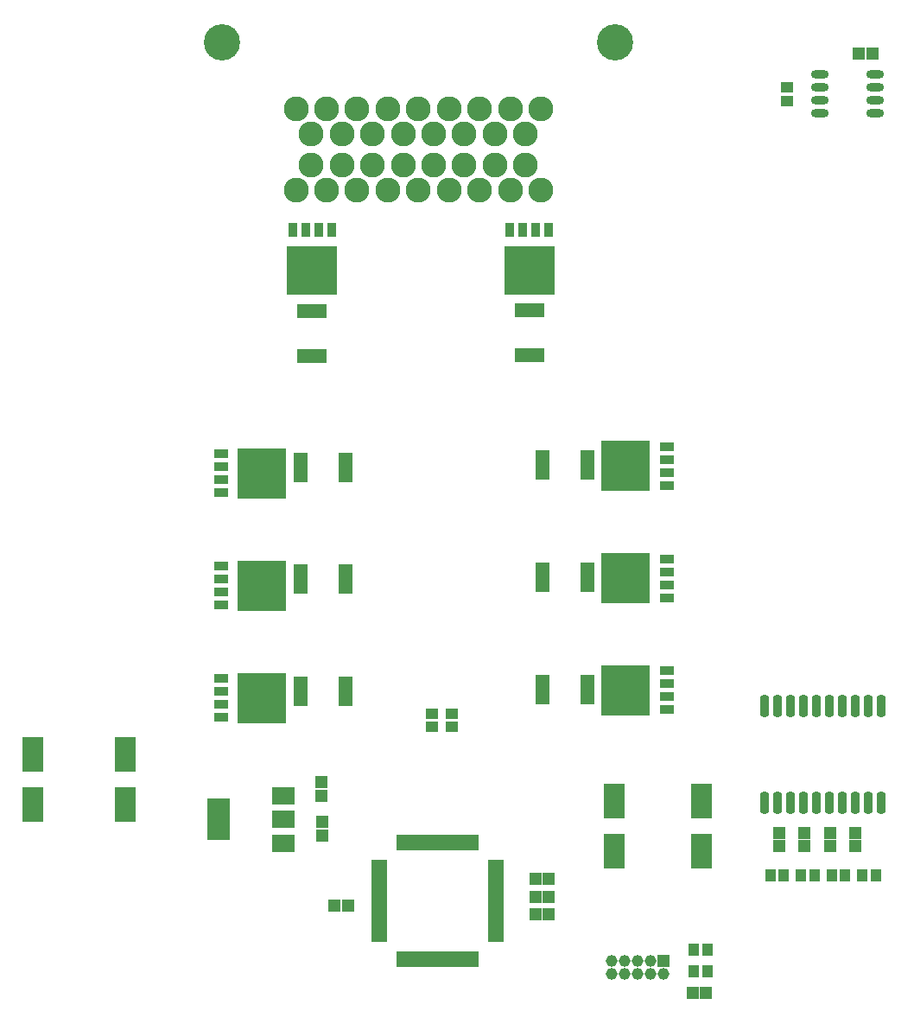
<source format=gts>
G04*
G04 #@! TF.GenerationSoftware,Altium Limited,Altium Designer,20.0.13 (296)*
G04*
G04 Layer_Color=8388736*
%FSLAX25Y25*%
%MOIN*%
G70*
G01*
G75*
G04:AMPARAMS|DCode=32|XSize=33.62mil|YSize=84.8mil|CornerRadius=10.91mil|HoleSize=0mil|Usage=FLASHONLY|Rotation=180.000|XOffset=0mil|YOffset=0mil|HoleType=Round|Shape=RoundedRectangle|*
%AMROUNDEDRECTD32*
21,1,0.03362,0.06299,0,0,180.0*
21,1,0.01181,0.08480,0,0,180.0*
1,1,0.02181,-0.00591,0.03150*
1,1,0.02181,0.00591,0.03150*
1,1,0.02181,0.00591,-0.03150*
1,1,0.02181,-0.00591,-0.03150*
%
%ADD32ROUNDEDRECTD32*%
%ADD33R,0.05724X0.11236*%
%ADD34R,0.05528X0.03756*%
%ADD35R,0.19110X0.19504*%
%ADD36R,0.04740X0.04347*%
%ADD37R,0.04937X0.04543*%
%ADD38R,0.04543X0.04937*%
%ADD39R,0.04347X0.04740*%
%ADD40R,0.08284X0.13795*%
%ADD41R,0.03756X0.05528*%
%ADD42R,0.19504X0.19110*%
%ADD43R,0.11236X0.05724*%
%ADD44R,0.06315X0.02181*%
%ADD45R,0.02181X0.06315*%
%ADD46O,0.06709X0.03362*%
%ADD47R,0.08874X0.06906*%
%ADD48R,0.08874X0.15961*%
%ADD49C,0.13992*%
%ADD50C,0.09661*%
%ADD51C,0.04543*%
%ADD52R,0.04543X0.04543*%
D32*
X328475Y82643D02*
D03*
X333475D02*
D03*
X338475D02*
D03*
X343475D02*
D03*
X348475D02*
D03*
X353475D02*
D03*
X358475D02*
D03*
X363475D02*
D03*
X368475D02*
D03*
X373475D02*
D03*
X328475Y120044D02*
D03*
X333475D02*
D03*
X338475D02*
D03*
X343475D02*
D03*
X348475D02*
D03*
X353475D02*
D03*
X358475D02*
D03*
X363475D02*
D03*
X368475D02*
D03*
X373475D02*
D03*
D33*
X166710Y168782D02*
D03*
X149387D02*
D03*
X166710Y125475D02*
D03*
X149387D02*
D03*
X242739Y126248D02*
D03*
X260062D02*
D03*
X242739Y169555D02*
D03*
X260062D02*
D03*
X242739Y212862D02*
D03*
X260062D02*
D03*
X166710Y212089D02*
D03*
X149387D02*
D03*
D34*
X118763Y173910D02*
D03*
Y168910D02*
D03*
Y163910D02*
D03*
Y158910D02*
D03*
Y130603D02*
D03*
Y125603D02*
D03*
Y120603D02*
D03*
Y115603D02*
D03*
X290686Y118462D02*
D03*
Y123462D02*
D03*
Y128462D02*
D03*
Y133462D02*
D03*
Y161769D02*
D03*
Y166769D02*
D03*
Y171769D02*
D03*
Y176769D02*
D03*
Y205076D02*
D03*
Y210076D02*
D03*
Y215076D02*
D03*
Y220076D02*
D03*
X118763Y217217D02*
D03*
Y212217D02*
D03*
Y207217D02*
D03*
Y202217D02*
D03*
D35*
X134511Y166410D02*
D03*
Y123103D02*
D03*
X274938Y125962D02*
D03*
Y169269D02*
D03*
Y212576D02*
D03*
X134511Y209717D02*
D03*
D36*
X200129Y116977D02*
D03*
Y111859D02*
D03*
X207676Y111859D02*
D03*
Y116977D02*
D03*
X337037Y358527D02*
D03*
Y353409D02*
D03*
D37*
X157364Y90556D02*
D03*
Y85241D02*
D03*
X157905Y70015D02*
D03*
Y75330D02*
D03*
X363508Y71097D02*
D03*
Y65782D02*
D03*
X353682Y71097D02*
D03*
Y65782D02*
D03*
X343857Y71097D02*
D03*
Y65782D02*
D03*
X334031Y71097D02*
D03*
Y65782D02*
D03*
D38*
X162329Y42855D02*
D03*
X167643D02*
D03*
X245268Y53133D02*
D03*
X239953D02*
D03*
X245268Y46367D02*
D03*
X239953D02*
D03*
X245268Y39601D02*
D03*
X239953D02*
D03*
X300620Y9150D02*
D03*
X305935D02*
D03*
X364798Y371545D02*
D03*
X370113D02*
D03*
D39*
X301231Y26104D02*
D03*
X306349D02*
D03*
X301231Y17627D02*
D03*
X306349D02*
D03*
X371339Y54522D02*
D03*
X366221D02*
D03*
X359512D02*
D03*
X354394D02*
D03*
X347684D02*
D03*
X342566D02*
D03*
X335857D02*
D03*
X330739D02*
D03*
D40*
X270547Y64037D02*
D03*
Y83328D02*
D03*
X45995Y101169D02*
D03*
Y81878D02*
D03*
X81773Y101169D02*
D03*
Y81878D02*
D03*
X304063Y83324D02*
D03*
Y64033D02*
D03*
D41*
X245261Y303532D02*
D03*
X240261D02*
D03*
X235261D02*
D03*
X230261D02*
D03*
X161369D02*
D03*
X156369D02*
D03*
X151369D02*
D03*
X146369D02*
D03*
D42*
X237761Y287784D02*
D03*
X153869D02*
D03*
D43*
X237947Y255185D02*
D03*
Y272508D02*
D03*
X153901Y255029D02*
D03*
Y272352D02*
D03*
D44*
X224938Y30009D02*
D03*
Y31978D02*
D03*
Y33946D02*
D03*
Y35915D02*
D03*
Y37883D02*
D03*
Y39852D02*
D03*
Y41820D02*
D03*
Y43789D02*
D03*
Y45757D02*
D03*
Y47726D02*
D03*
Y49694D02*
D03*
Y51663D02*
D03*
Y53631D02*
D03*
Y55600D02*
D03*
Y57568D02*
D03*
Y59537D02*
D03*
X179663D02*
D03*
Y57568D02*
D03*
Y55600D02*
D03*
Y53631D02*
D03*
Y51663D02*
D03*
Y49694D02*
D03*
Y47726D02*
D03*
Y45757D02*
D03*
Y43789D02*
D03*
Y41820D02*
D03*
Y39852D02*
D03*
Y37883D02*
D03*
Y35915D02*
D03*
Y33946D02*
D03*
Y31978D02*
D03*
Y30009D02*
D03*
D45*
X217064Y67411D02*
D03*
X215096D02*
D03*
X213127D02*
D03*
X211159D02*
D03*
X209190D02*
D03*
X207222D02*
D03*
X205253D02*
D03*
X203285D02*
D03*
X201316D02*
D03*
X199348D02*
D03*
X197379D02*
D03*
X195411D02*
D03*
X193442D02*
D03*
X191474D02*
D03*
X189505D02*
D03*
X187537D02*
D03*
Y22135D02*
D03*
X189505D02*
D03*
X191474D02*
D03*
X193442D02*
D03*
X195411D02*
D03*
X197379D02*
D03*
X199348D02*
D03*
X201316D02*
D03*
X203285D02*
D03*
X205253D02*
D03*
X207222D02*
D03*
X209190D02*
D03*
X211159D02*
D03*
X213127D02*
D03*
X215096D02*
D03*
X217064D02*
D03*
D46*
X349828Y363469D02*
D03*
Y358469D02*
D03*
Y353469D02*
D03*
Y348469D02*
D03*
X371284Y363469D02*
D03*
Y358469D02*
D03*
Y353469D02*
D03*
Y348469D02*
D03*
D47*
X142659Y67057D02*
D03*
Y76112D02*
D03*
Y85167D02*
D03*
D48*
X117856Y76112D02*
D03*
D49*
X119095Y375984D02*
D03*
X270669D02*
D03*
D50*
X242126Y350394D02*
D03*
X230315D02*
D03*
X218504D02*
D03*
X206693D02*
D03*
X194882D02*
D03*
X183071D02*
D03*
X171260D02*
D03*
X159449D02*
D03*
X147638D02*
D03*
X236221Y340551D02*
D03*
X224409D02*
D03*
X212598D02*
D03*
X200787D02*
D03*
X188976D02*
D03*
X177165D02*
D03*
X165354D02*
D03*
X153543D02*
D03*
X236221Y328740D02*
D03*
X224409D02*
D03*
X212598D02*
D03*
X200787D02*
D03*
X188976D02*
D03*
X177165D02*
D03*
X165354D02*
D03*
X153543D02*
D03*
X242126Y318898D02*
D03*
X230315D02*
D03*
X218504D02*
D03*
X206693D02*
D03*
X194882D02*
D03*
X183071D02*
D03*
X171260D02*
D03*
X159449D02*
D03*
X147638D02*
D03*
D51*
X269550Y21440D02*
D03*
Y16440D02*
D03*
X274550Y21440D02*
D03*
Y16440D02*
D03*
X279550Y21440D02*
D03*
Y16440D02*
D03*
X284550Y21440D02*
D03*
Y16440D02*
D03*
X289550D02*
D03*
D52*
Y21440D02*
D03*
M02*

</source>
